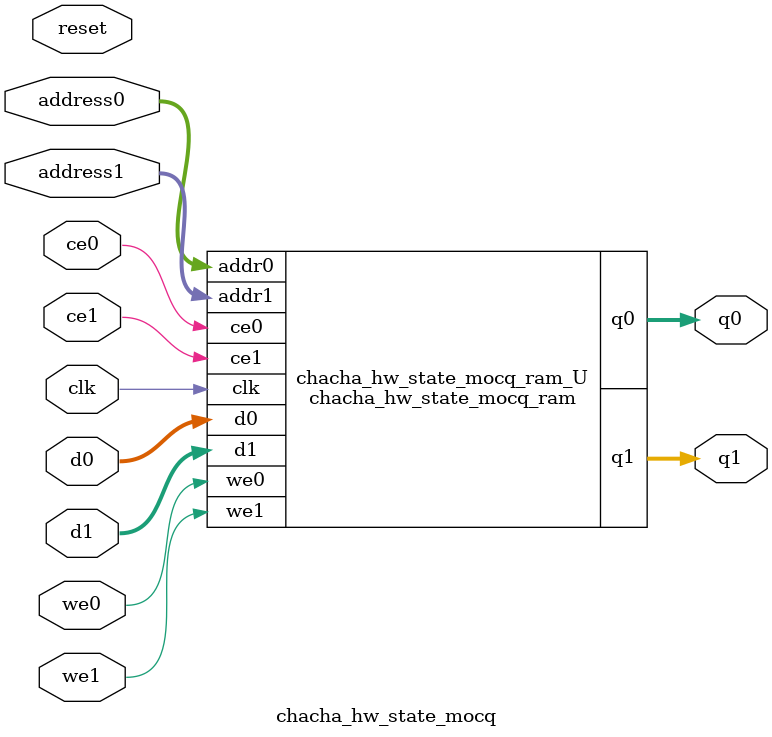
<source format=v>
`timescale 1 ns / 1 ps
module chacha_hw_state_mocq_ram (addr0, ce0, d0, we0, q0, addr1, ce1, d1, we1, q1,  clk);

parameter DWIDTH = 8;
parameter AWIDTH = 8;
parameter MEM_SIZE = 144;

input[AWIDTH-1:0] addr0;
input ce0;
input[DWIDTH-1:0] d0;
input we0;
output reg[DWIDTH-1:0] q0;
input[AWIDTH-1:0] addr1;
input ce1;
input[DWIDTH-1:0] d1;
input we1;
output reg[DWIDTH-1:0] q1;
input clk;

(* ram_style = "block" *)reg [DWIDTH-1:0] ram[0:MEM_SIZE-1];




always @(posedge clk)  
begin 
    if (ce0) 
    begin
        if (we0) 
        begin 
            ram[addr0] <= d0; 
        end 
        q0 <= ram[addr0];
    end
end


always @(posedge clk)  
begin 
    if (ce1) 
    begin
        if (we1) 
        begin 
            ram[addr1] <= d1; 
        end 
        q1 <= ram[addr1];
    end
end


endmodule

`timescale 1 ns / 1 ps
module chacha_hw_state_mocq(
    reset,
    clk,
    address0,
    ce0,
    we0,
    d0,
    q0,
    address1,
    ce1,
    we1,
    d1,
    q1);

parameter DataWidth = 32'd8;
parameter AddressRange = 32'd144;
parameter AddressWidth = 32'd8;
input reset;
input clk;
input[AddressWidth - 1:0] address0;
input ce0;
input we0;
input[DataWidth - 1:0] d0;
output[DataWidth - 1:0] q0;
input[AddressWidth - 1:0] address1;
input ce1;
input we1;
input[DataWidth - 1:0] d1;
output[DataWidth - 1:0] q1;



chacha_hw_state_mocq_ram chacha_hw_state_mocq_ram_U(
    .clk( clk ),
    .addr0( address0 ),
    .ce0( ce0 ),
    .we0( we0 ),
    .d0( d0 ),
    .q0( q0 ),
    .addr1( address1 ),
    .ce1( ce1 ),
    .we1( we1 ),
    .d1( d1 ),
    .q1( q1 ));

endmodule


</source>
